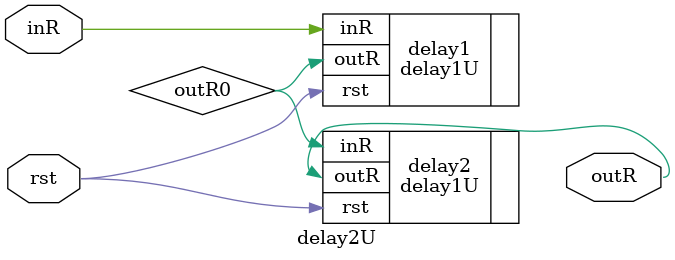
<source format=v>
`timescale 1ns / 1ps
module delay2U(inR, outR, rst);
input inR, rst;
output outR;

wire outR0;


delay1U delay1(.inR(inR), .outR(outR0), .rst(rst));
delay1U delay2(.inR(outR0), .outR(outR), .rst(rst));

endmodule


</source>
